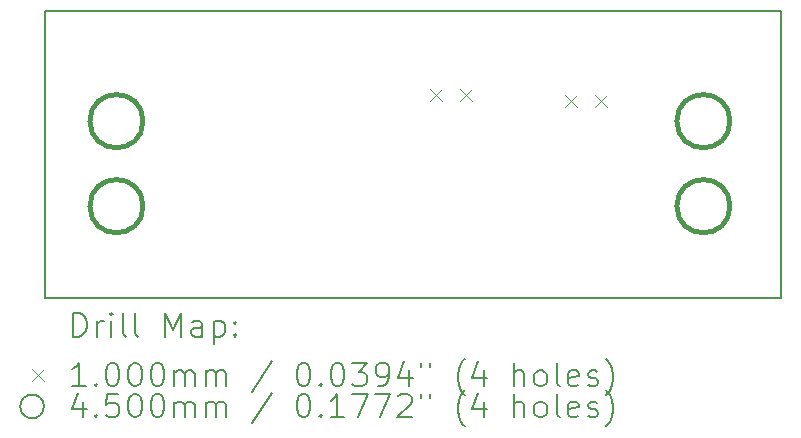
<source format=gbr>
%TF.GenerationSoftware,KiCad,Pcbnew,7.0.1*%
%TF.CreationDate,2023-08-29T01:03:53-07:00*%
%TF.ProjectId,Current Sense Standalone,43757272-656e-4742-9053-656e73652053,rev?*%
%TF.SameCoordinates,Original*%
%TF.FileFunction,Drillmap*%
%TF.FilePolarity,Positive*%
%FSLAX45Y45*%
G04 Gerber Fmt 4.5, Leading zero omitted, Abs format (unit mm)*
G04 Created by KiCad (PCBNEW 7.0.1) date 2023-08-29 01:03:53*
%MOMM*%
%LPD*%
G01*
G04 APERTURE LIST*
%ADD10C,0.200000*%
%ADD11C,0.100000*%
%ADD12C,0.450000*%
G04 APERTURE END LIST*
D10*
X1260615Y-1270000D02*
X7493000Y-1270000D01*
X7493000Y-3702648D01*
X1260615Y-3702648D01*
X1260615Y-1270000D01*
D11*
X4522000Y-1931200D02*
X4622000Y-2031200D01*
X4622000Y-1931200D02*
X4522000Y-2031200D01*
X4776000Y-1931200D02*
X4876000Y-2031200D01*
X4876000Y-1931200D02*
X4776000Y-2031200D01*
X5665000Y-1982000D02*
X5765000Y-2082000D01*
X5765000Y-1982000D02*
X5665000Y-2082000D01*
X5919000Y-1982000D02*
X6019000Y-2082000D01*
X6019000Y-1982000D02*
X5919000Y-2082000D01*
D12*
X2090094Y-2201000D02*
G75*
G03*
X2090094Y-2201000I-225000J0D01*
G01*
X2090094Y-2921000D02*
G75*
G03*
X2090094Y-2921000I-225000J0D01*
G01*
X7059404Y-2201000D02*
G75*
G03*
X7059404Y-2201000I-225000J0D01*
G01*
X7059404Y-2921000D02*
G75*
G03*
X7059404Y-2921000I-225000J0D01*
G01*
D10*
X1498234Y-4025172D02*
X1498234Y-3825172D01*
X1498234Y-3825172D02*
X1545853Y-3825172D01*
X1545853Y-3825172D02*
X1574425Y-3834695D01*
X1574425Y-3834695D02*
X1593472Y-3853743D01*
X1593472Y-3853743D02*
X1602996Y-3872791D01*
X1602996Y-3872791D02*
X1612520Y-3910886D01*
X1612520Y-3910886D02*
X1612520Y-3939457D01*
X1612520Y-3939457D02*
X1602996Y-3977552D01*
X1602996Y-3977552D02*
X1593472Y-3996600D01*
X1593472Y-3996600D02*
X1574425Y-4015648D01*
X1574425Y-4015648D02*
X1545853Y-4025172D01*
X1545853Y-4025172D02*
X1498234Y-4025172D01*
X1698234Y-4025172D02*
X1698234Y-3891838D01*
X1698234Y-3929933D02*
X1707758Y-3910886D01*
X1707758Y-3910886D02*
X1717282Y-3901362D01*
X1717282Y-3901362D02*
X1736329Y-3891838D01*
X1736329Y-3891838D02*
X1755377Y-3891838D01*
X1822044Y-4025172D02*
X1822044Y-3891838D01*
X1822044Y-3825172D02*
X1812520Y-3834695D01*
X1812520Y-3834695D02*
X1822044Y-3844219D01*
X1822044Y-3844219D02*
X1831568Y-3834695D01*
X1831568Y-3834695D02*
X1822044Y-3825172D01*
X1822044Y-3825172D02*
X1822044Y-3844219D01*
X1945853Y-4025172D02*
X1926806Y-4015648D01*
X1926806Y-4015648D02*
X1917282Y-3996600D01*
X1917282Y-3996600D02*
X1917282Y-3825172D01*
X2050615Y-4025172D02*
X2031568Y-4015648D01*
X2031568Y-4015648D02*
X2022044Y-3996600D01*
X2022044Y-3996600D02*
X2022044Y-3825172D01*
X2279187Y-4025172D02*
X2279187Y-3825172D01*
X2279187Y-3825172D02*
X2345853Y-3968029D01*
X2345853Y-3968029D02*
X2412520Y-3825172D01*
X2412520Y-3825172D02*
X2412520Y-4025172D01*
X2593472Y-4025172D02*
X2593472Y-3920410D01*
X2593472Y-3920410D02*
X2583949Y-3901362D01*
X2583949Y-3901362D02*
X2564901Y-3891838D01*
X2564901Y-3891838D02*
X2526806Y-3891838D01*
X2526806Y-3891838D02*
X2507758Y-3901362D01*
X2593472Y-4015648D02*
X2574425Y-4025172D01*
X2574425Y-4025172D02*
X2526806Y-4025172D01*
X2526806Y-4025172D02*
X2507758Y-4015648D01*
X2507758Y-4015648D02*
X2498234Y-3996600D01*
X2498234Y-3996600D02*
X2498234Y-3977552D01*
X2498234Y-3977552D02*
X2507758Y-3958505D01*
X2507758Y-3958505D02*
X2526806Y-3948981D01*
X2526806Y-3948981D02*
X2574425Y-3948981D01*
X2574425Y-3948981D02*
X2593472Y-3939457D01*
X2688711Y-3891838D02*
X2688711Y-4091838D01*
X2688711Y-3901362D02*
X2707758Y-3891838D01*
X2707758Y-3891838D02*
X2745853Y-3891838D01*
X2745853Y-3891838D02*
X2764901Y-3901362D01*
X2764901Y-3901362D02*
X2774425Y-3910886D01*
X2774425Y-3910886D02*
X2783949Y-3929933D01*
X2783949Y-3929933D02*
X2783949Y-3987076D01*
X2783949Y-3987076D02*
X2774425Y-4006124D01*
X2774425Y-4006124D02*
X2764901Y-4015648D01*
X2764901Y-4015648D02*
X2745853Y-4025172D01*
X2745853Y-4025172D02*
X2707758Y-4025172D01*
X2707758Y-4025172D02*
X2688711Y-4015648D01*
X2869663Y-4006124D02*
X2879187Y-4015648D01*
X2879187Y-4015648D02*
X2869663Y-4025172D01*
X2869663Y-4025172D02*
X2860139Y-4015648D01*
X2860139Y-4015648D02*
X2869663Y-4006124D01*
X2869663Y-4006124D02*
X2869663Y-4025172D01*
X2869663Y-3901362D02*
X2879187Y-3910886D01*
X2879187Y-3910886D02*
X2869663Y-3920410D01*
X2869663Y-3920410D02*
X2860139Y-3910886D01*
X2860139Y-3910886D02*
X2869663Y-3901362D01*
X2869663Y-3901362D02*
X2869663Y-3920410D01*
D11*
X1150615Y-4302648D02*
X1250615Y-4402648D01*
X1250615Y-4302648D02*
X1150615Y-4402648D01*
D10*
X1602996Y-4445172D02*
X1488710Y-4445172D01*
X1545853Y-4445172D02*
X1545853Y-4245172D01*
X1545853Y-4245172D02*
X1526806Y-4273743D01*
X1526806Y-4273743D02*
X1507758Y-4292791D01*
X1507758Y-4292791D02*
X1488710Y-4302314D01*
X1688710Y-4426124D02*
X1698234Y-4435648D01*
X1698234Y-4435648D02*
X1688710Y-4445172D01*
X1688710Y-4445172D02*
X1679187Y-4435648D01*
X1679187Y-4435648D02*
X1688710Y-4426124D01*
X1688710Y-4426124D02*
X1688710Y-4445172D01*
X1822044Y-4245172D02*
X1841091Y-4245172D01*
X1841091Y-4245172D02*
X1860139Y-4254695D01*
X1860139Y-4254695D02*
X1869663Y-4264219D01*
X1869663Y-4264219D02*
X1879187Y-4283267D01*
X1879187Y-4283267D02*
X1888710Y-4321362D01*
X1888710Y-4321362D02*
X1888710Y-4368981D01*
X1888710Y-4368981D02*
X1879187Y-4407076D01*
X1879187Y-4407076D02*
X1869663Y-4426124D01*
X1869663Y-4426124D02*
X1860139Y-4435648D01*
X1860139Y-4435648D02*
X1841091Y-4445172D01*
X1841091Y-4445172D02*
X1822044Y-4445172D01*
X1822044Y-4445172D02*
X1802996Y-4435648D01*
X1802996Y-4435648D02*
X1793472Y-4426124D01*
X1793472Y-4426124D02*
X1783949Y-4407076D01*
X1783949Y-4407076D02*
X1774425Y-4368981D01*
X1774425Y-4368981D02*
X1774425Y-4321362D01*
X1774425Y-4321362D02*
X1783949Y-4283267D01*
X1783949Y-4283267D02*
X1793472Y-4264219D01*
X1793472Y-4264219D02*
X1802996Y-4254695D01*
X1802996Y-4254695D02*
X1822044Y-4245172D01*
X2012520Y-4245172D02*
X2031568Y-4245172D01*
X2031568Y-4245172D02*
X2050615Y-4254695D01*
X2050615Y-4254695D02*
X2060139Y-4264219D01*
X2060139Y-4264219D02*
X2069663Y-4283267D01*
X2069663Y-4283267D02*
X2079187Y-4321362D01*
X2079187Y-4321362D02*
X2079187Y-4368981D01*
X2079187Y-4368981D02*
X2069663Y-4407076D01*
X2069663Y-4407076D02*
X2060139Y-4426124D01*
X2060139Y-4426124D02*
X2050615Y-4435648D01*
X2050615Y-4435648D02*
X2031568Y-4445172D01*
X2031568Y-4445172D02*
X2012520Y-4445172D01*
X2012520Y-4445172D02*
X1993472Y-4435648D01*
X1993472Y-4435648D02*
X1983949Y-4426124D01*
X1983949Y-4426124D02*
X1974425Y-4407076D01*
X1974425Y-4407076D02*
X1964901Y-4368981D01*
X1964901Y-4368981D02*
X1964901Y-4321362D01*
X1964901Y-4321362D02*
X1974425Y-4283267D01*
X1974425Y-4283267D02*
X1983949Y-4264219D01*
X1983949Y-4264219D02*
X1993472Y-4254695D01*
X1993472Y-4254695D02*
X2012520Y-4245172D01*
X2202996Y-4245172D02*
X2222044Y-4245172D01*
X2222044Y-4245172D02*
X2241092Y-4254695D01*
X2241092Y-4254695D02*
X2250615Y-4264219D01*
X2250615Y-4264219D02*
X2260139Y-4283267D01*
X2260139Y-4283267D02*
X2269663Y-4321362D01*
X2269663Y-4321362D02*
X2269663Y-4368981D01*
X2269663Y-4368981D02*
X2260139Y-4407076D01*
X2260139Y-4407076D02*
X2250615Y-4426124D01*
X2250615Y-4426124D02*
X2241092Y-4435648D01*
X2241092Y-4435648D02*
X2222044Y-4445172D01*
X2222044Y-4445172D02*
X2202996Y-4445172D01*
X2202996Y-4445172D02*
X2183949Y-4435648D01*
X2183949Y-4435648D02*
X2174425Y-4426124D01*
X2174425Y-4426124D02*
X2164901Y-4407076D01*
X2164901Y-4407076D02*
X2155377Y-4368981D01*
X2155377Y-4368981D02*
X2155377Y-4321362D01*
X2155377Y-4321362D02*
X2164901Y-4283267D01*
X2164901Y-4283267D02*
X2174425Y-4264219D01*
X2174425Y-4264219D02*
X2183949Y-4254695D01*
X2183949Y-4254695D02*
X2202996Y-4245172D01*
X2355377Y-4445172D02*
X2355377Y-4311838D01*
X2355377Y-4330886D02*
X2364901Y-4321362D01*
X2364901Y-4321362D02*
X2383949Y-4311838D01*
X2383949Y-4311838D02*
X2412520Y-4311838D01*
X2412520Y-4311838D02*
X2431568Y-4321362D01*
X2431568Y-4321362D02*
X2441092Y-4340410D01*
X2441092Y-4340410D02*
X2441092Y-4445172D01*
X2441092Y-4340410D02*
X2450615Y-4321362D01*
X2450615Y-4321362D02*
X2469663Y-4311838D01*
X2469663Y-4311838D02*
X2498234Y-4311838D01*
X2498234Y-4311838D02*
X2517282Y-4321362D01*
X2517282Y-4321362D02*
X2526806Y-4340410D01*
X2526806Y-4340410D02*
X2526806Y-4445172D01*
X2622044Y-4445172D02*
X2622044Y-4311838D01*
X2622044Y-4330886D02*
X2631568Y-4321362D01*
X2631568Y-4321362D02*
X2650615Y-4311838D01*
X2650615Y-4311838D02*
X2679187Y-4311838D01*
X2679187Y-4311838D02*
X2698234Y-4321362D01*
X2698234Y-4321362D02*
X2707758Y-4340410D01*
X2707758Y-4340410D02*
X2707758Y-4445172D01*
X2707758Y-4340410D02*
X2717282Y-4321362D01*
X2717282Y-4321362D02*
X2736330Y-4311838D01*
X2736330Y-4311838D02*
X2764901Y-4311838D01*
X2764901Y-4311838D02*
X2783949Y-4321362D01*
X2783949Y-4321362D02*
X2793473Y-4340410D01*
X2793473Y-4340410D02*
X2793473Y-4445172D01*
X3183949Y-4235648D02*
X3012520Y-4492791D01*
X3441092Y-4245172D02*
X3460139Y-4245172D01*
X3460139Y-4245172D02*
X3479187Y-4254695D01*
X3479187Y-4254695D02*
X3488711Y-4264219D01*
X3488711Y-4264219D02*
X3498234Y-4283267D01*
X3498234Y-4283267D02*
X3507758Y-4321362D01*
X3507758Y-4321362D02*
X3507758Y-4368981D01*
X3507758Y-4368981D02*
X3498234Y-4407076D01*
X3498234Y-4407076D02*
X3488711Y-4426124D01*
X3488711Y-4426124D02*
X3479187Y-4435648D01*
X3479187Y-4435648D02*
X3460139Y-4445172D01*
X3460139Y-4445172D02*
X3441092Y-4445172D01*
X3441092Y-4445172D02*
X3422044Y-4435648D01*
X3422044Y-4435648D02*
X3412520Y-4426124D01*
X3412520Y-4426124D02*
X3402996Y-4407076D01*
X3402996Y-4407076D02*
X3393473Y-4368981D01*
X3393473Y-4368981D02*
X3393473Y-4321362D01*
X3393473Y-4321362D02*
X3402996Y-4283267D01*
X3402996Y-4283267D02*
X3412520Y-4264219D01*
X3412520Y-4264219D02*
X3422044Y-4254695D01*
X3422044Y-4254695D02*
X3441092Y-4245172D01*
X3593473Y-4426124D02*
X3602996Y-4435648D01*
X3602996Y-4435648D02*
X3593473Y-4445172D01*
X3593473Y-4445172D02*
X3583949Y-4435648D01*
X3583949Y-4435648D02*
X3593473Y-4426124D01*
X3593473Y-4426124D02*
X3593473Y-4445172D01*
X3726806Y-4245172D02*
X3745854Y-4245172D01*
X3745854Y-4245172D02*
X3764901Y-4254695D01*
X3764901Y-4254695D02*
X3774425Y-4264219D01*
X3774425Y-4264219D02*
X3783949Y-4283267D01*
X3783949Y-4283267D02*
X3793473Y-4321362D01*
X3793473Y-4321362D02*
X3793473Y-4368981D01*
X3793473Y-4368981D02*
X3783949Y-4407076D01*
X3783949Y-4407076D02*
X3774425Y-4426124D01*
X3774425Y-4426124D02*
X3764901Y-4435648D01*
X3764901Y-4435648D02*
X3745854Y-4445172D01*
X3745854Y-4445172D02*
X3726806Y-4445172D01*
X3726806Y-4445172D02*
X3707758Y-4435648D01*
X3707758Y-4435648D02*
X3698234Y-4426124D01*
X3698234Y-4426124D02*
X3688711Y-4407076D01*
X3688711Y-4407076D02*
X3679187Y-4368981D01*
X3679187Y-4368981D02*
X3679187Y-4321362D01*
X3679187Y-4321362D02*
X3688711Y-4283267D01*
X3688711Y-4283267D02*
X3698234Y-4264219D01*
X3698234Y-4264219D02*
X3707758Y-4254695D01*
X3707758Y-4254695D02*
X3726806Y-4245172D01*
X3860139Y-4245172D02*
X3983949Y-4245172D01*
X3983949Y-4245172D02*
X3917282Y-4321362D01*
X3917282Y-4321362D02*
X3945854Y-4321362D01*
X3945854Y-4321362D02*
X3964901Y-4330886D01*
X3964901Y-4330886D02*
X3974425Y-4340410D01*
X3974425Y-4340410D02*
X3983949Y-4359457D01*
X3983949Y-4359457D02*
X3983949Y-4407076D01*
X3983949Y-4407076D02*
X3974425Y-4426124D01*
X3974425Y-4426124D02*
X3964901Y-4435648D01*
X3964901Y-4435648D02*
X3945854Y-4445172D01*
X3945854Y-4445172D02*
X3888711Y-4445172D01*
X3888711Y-4445172D02*
X3869663Y-4435648D01*
X3869663Y-4435648D02*
X3860139Y-4426124D01*
X4079187Y-4445172D02*
X4117282Y-4445172D01*
X4117282Y-4445172D02*
X4136330Y-4435648D01*
X4136330Y-4435648D02*
X4145854Y-4426124D01*
X4145854Y-4426124D02*
X4164901Y-4397553D01*
X4164901Y-4397553D02*
X4174425Y-4359457D01*
X4174425Y-4359457D02*
X4174425Y-4283267D01*
X4174425Y-4283267D02*
X4164901Y-4264219D01*
X4164901Y-4264219D02*
X4155377Y-4254695D01*
X4155377Y-4254695D02*
X4136330Y-4245172D01*
X4136330Y-4245172D02*
X4098234Y-4245172D01*
X4098234Y-4245172D02*
X4079187Y-4254695D01*
X4079187Y-4254695D02*
X4069663Y-4264219D01*
X4069663Y-4264219D02*
X4060139Y-4283267D01*
X4060139Y-4283267D02*
X4060139Y-4330886D01*
X4060139Y-4330886D02*
X4069663Y-4349934D01*
X4069663Y-4349934D02*
X4079187Y-4359457D01*
X4079187Y-4359457D02*
X4098234Y-4368981D01*
X4098234Y-4368981D02*
X4136330Y-4368981D01*
X4136330Y-4368981D02*
X4155377Y-4359457D01*
X4155377Y-4359457D02*
X4164901Y-4349934D01*
X4164901Y-4349934D02*
X4174425Y-4330886D01*
X4345854Y-4311838D02*
X4345854Y-4445172D01*
X4298235Y-4235648D02*
X4250616Y-4378505D01*
X4250616Y-4378505D02*
X4374425Y-4378505D01*
X4441092Y-4245172D02*
X4441092Y-4283267D01*
X4517282Y-4245172D02*
X4517282Y-4283267D01*
X4812520Y-4521362D02*
X4802997Y-4511838D01*
X4802997Y-4511838D02*
X4783949Y-4483267D01*
X4783949Y-4483267D02*
X4774425Y-4464219D01*
X4774425Y-4464219D02*
X4764901Y-4435648D01*
X4764901Y-4435648D02*
X4755378Y-4388029D01*
X4755378Y-4388029D02*
X4755378Y-4349934D01*
X4755378Y-4349934D02*
X4764901Y-4302314D01*
X4764901Y-4302314D02*
X4774425Y-4273743D01*
X4774425Y-4273743D02*
X4783949Y-4254695D01*
X4783949Y-4254695D02*
X4802997Y-4226124D01*
X4802997Y-4226124D02*
X4812520Y-4216600D01*
X4974425Y-4311838D02*
X4974425Y-4445172D01*
X4926806Y-4235648D02*
X4879187Y-4378505D01*
X4879187Y-4378505D02*
X5002997Y-4378505D01*
X5231568Y-4445172D02*
X5231568Y-4245172D01*
X5317282Y-4445172D02*
X5317282Y-4340410D01*
X5317282Y-4340410D02*
X5307759Y-4321362D01*
X5307759Y-4321362D02*
X5288711Y-4311838D01*
X5288711Y-4311838D02*
X5260139Y-4311838D01*
X5260139Y-4311838D02*
X5241092Y-4321362D01*
X5241092Y-4321362D02*
X5231568Y-4330886D01*
X5441092Y-4445172D02*
X5422044Y-4435648D01*
X5422044Y-4435648D02*
X5412520Y-4426124D01*
X5412520Y-4426124D02*
X5402997Y-4407076D01*
X5402997Y-4407076D02*
X5402997Y-4349934D01*
X5402997Y-4349934D02*
X5412520Y-4330886D01*
X5412520Y-4330886D02*
X5422044Y-4321362D01*
X5422044Y-4321362D02*
X5441092Y-4311838D01*
X5441092Y-4311838D02*
X5469663Y-4311838D01*
X5469663Y-4311838D02*
X5488711Y-4321362D01*
X5488711Y-4321362D02*
X5498235Y-4330886D01*
X5498235Y-4330886D02*
X5507759Y-4349934D01*
X5507759Y-4349934D02*
X5507759Y-4407076D01*
X5507759Y-4407076D02*
X5498235Y-4426124D01*
X5498235Y-4426124D02*
X5488711Y-4435648D01*
X5488711Y-4435648D02*
X5469663Y-4445172D01*
X5469663Y-4445172D02*
X5441092Y-4445172D01*
X5622044Y-4445172D02*
X5602997Y-4435648D01*
X5602997Y-4435648D02*
X5593473Y-4416600D01*
X5593473Y-4416600D02*
X5593473Y-4245172D01*
X5774425Y-4435648D02*
X5755378Y-4445172D01*
X5755378Y-4445172D02*
X5717282Y-4445172D01*
X5717282Y-4445172D02*
X5698235Y-4435648D01*
X5698235Y-4435648D02*
X5688711Y-4416600D01*
X5688711Y-4416600D02*
X5688711Y-4340410D01*
X5688711Y-4340410D02*
X5698235Y-4321362D01*
X5698235Y-4321362D02*
X5717282Y-4311838D01*
X5717282Y-4311838D02*
X5755378Y-4311838D01*
X5755378Y-4311838D02*
X5774425Y-4321362D01*
X5774425Y-4321362D02*
X5783949Y-4340410D01*
X5783949Y-4340410D02*
X5783949Y-4359457D01*
X5783949Y-4359457D02*
X5688711Y-4378505D01*
X5860139Y-4435648D02*
X5879187Y-4445172D01*
X5879187Y-4445172D02*
X5917282Y-4445172D01*
X5917282Y-4445172D02*
X5936330Y-4435648D01*
X5936330Y-4435648D02*
X5945854Y-4416600D01*
X5945854Y-4416600D02*
X5945854Y-4407076D01*
X5945854Y-4407076D02*
X5936330Y-4388029D01*
X5936330Y-4388029D02*
X5917282Y-4378505D01*
X5917282Y-4378505D02*
X5888711Y-4378505D01*
X5888711Y-4378505D02*
X5869663Y-4368981D01*
X5869663Y-4368981D02*
X5860139Y-4349934D01*
X5860139Y-4349934D02*
X5860139Y-4340410D01*
X5860139Y-4340410D02*
X5869663Y-4321362D01*
X5869663Y-4321362D02*
X5888711Y-4311838D01*
X5888711Y-4311838D02*
X5917282Y-4311838D01*
X5917282Y-4311838D02*
X5936330Y-4321362D01*
X6012520Y-4521362D02*
X6022044Y-4511838D01*
X6022044Y-4511838D02*
X6041092Y-4483267D01*
X6041092Y-4483267D02*
X6050616Y-4464219D01*
X6050616Y-4464219D02*
X6060139Y-4435648D01*
X6060139Y-4435648D02*
X6069663Y-4388029D01*
X6069663Y-4388029D02*
X6069663Y-4349934D01*
X6069663Y-4349934D02*
X6060139Y-4302314D01*
X6060139Y-4302314D02*
X6050616Y-4273743D01*
X6050616Y-4273743D02*
X6041092Y-4254695D01*
X6041092Y-4254695D02*
X6022044Y-4226124D01*
X6022044Y-4226124D02*
X6012520Y-4216600D01*
X1250615Y-4616648D02*
G75*
G03*
X1250615Y-4616648I-100000J0D01*
G01*
X1583949Y-4575838D02*
X1583949Y-4709172D01*
X1536329Y-4499648D02*
X1488710Y-4642505D01*
X1488710Y-4642505D02*
X1612520Y-4642505D01*
X1688710Y-4690124D02*
X1698234Y-4699648D01*
X1698234Y-4699648D02*
X1688710Y-4709172D01*
X1688710Y-4709172D02*
X1679187Y-4699648D01*
X1679187Y-4699648D02*
X1688710Y-4690124D01*
X1688710Y-4690124D02*
X1688710Y-4709172D01*
X1879187Y-4509172D02*
X1783949Y-4509172D01*
X1783949Y-4509172D02*
X1774425Y-4604410D01*
X1774425Y-4604410D02*
X1783949Y-4594886D01*
X1783949Y-4594886D02*
X1802996Y-4585362D01*
X1802996Y-4585362D02*
X1850615Y-4585362D01*
X1850615Y-4585362D02*
X1869663Y-4594886D01*
X1869663Y-4594886D02*
X1879187Y-4604410D01*
X1879187Y-4604410D02*
X1888710Y-4623457D01*
X1888710Y-4623457D02*
X1888710Y-4671076D01*
X1888710Y-4671076D02*
X1879187Y-4690124D01*
X1879187Y-4690124D02*
X1869663Y-4699648D01*
X1869663Y-4699648D02*
X1850615Y-4709172D01*
X1850615Y-4709172D02*
X1802996Y-4709172D01*
X1802996Y-4709172D02*
X1783949Y-4699648D01*
X1783949Y-4699648D02*
X1774425Y-4690124D01*
X2012520Y-4509172D02*
X2031568Y-4509172D01*
X2031568Y-4509172D02*
X2050615Y-4518695D01*
X2050615Y-4518695D02*
X2060139Y-4528219D01*
X2060139Y-4528219D02*
X2069663Y-4547267D01*
X2069663Y-4547267D02*
X2079187Y-4585362D01*
X2079187Y-4585362D02*
X2079187Y-4632981D01*
X2079187Y-4632981D02*
X2069663Y-4671076D01*
X2069663Y-4671076D02*
X2060139Y-4690124D01*
X2060139Y-4690124D02*
X2050615Y-4699648D01*
X2050615Y-4699648D02*
X2031568Y-4709172D01*
X2031568Y-4709172D02*
X2012520Y-4709172D01*
X2012520Y-4709172D02*
X1993472Y-4699648D01*
X1993472Y-4699648D02*
X1983949Y-4690124D01*
X1983949Y-4690124D02*
X1974425Y-4671076D01*
X1974425Y-4671076D02*
X1964901Y-4632981D01*
X1964901Y-4632981D02*
X1964901Y-4585362D01*
X1964901Y-4585362D02*
X1974425Y-4547267D01*
X1974425Y-4547267D02*
X1983949Y-4528219D01*
X1983949Y-4528219D02*
X1993472Y-4518695D01*
X1993472Y-4518695D02*
X2012520Y-4509172D01*
X2202996Y-4509172D02*
X2222044Y-4509172D01*
X2222044Y-4509172D02*
X2241092Y-4518695D01*
X2241092Y-4518695D02*
X2250615Y-4528219D01*
X2250615Y-4528219D02*
X2260139Y-4547267D01*
X2260139Y-4547267D02*
X2269663Y-4585362D01*
X2269663Y-4585362D02*
X2269663Y-4632981D01*
X2269663Y-4632981D02*
X2260139Y-4671076D01*
X2260139Y-4671076D02*
X2250615Y-4690124D01*
X2250615Y-4690124D02*
X2241092Y-4699648D01*
X2241092Y-4699648D02*
X2222044Y-4709172D01*
X2222044Y-4709172D02*
X2202996Y-4709172D01*
X2202996Y-4709172D02*
X2183949Y-4699648D01*
X2183949Y-4699648D02*
X2174425Y-4690124D01*
X2174425Y-4690124D02*
X2164901Y-4671076D01*
X2164901Y-4671076D02*
X2155377Y-4632981D01*
X2155377Y-4632981D02*
X2155377Y-4585362D01*
X2155377Y-4585362D02*
X2164901Y-4547267D01*
X2164901Y-4547267D02*
X2174425Y-4528219D01*
X2174425Y-4528219D02*
X2183949Y-4518695D01*
X2183949Y-4518695D02*
X2202996Y-4509172D01*
X2355377Y-4709172D02*
X2355377Y-4575838D01*
X2355377Y-4594886D02*
X2364901Y-4585362D01*
X2364901Y-4585362D02*
X2383949Y-4575838D01*
X2383949Y-4575838D02*
X2412520Y-4575838D01*
X2412520Y-4575838D02*
X2431568Y-4585362D01*
X2431568Y-4585362D02*
X2441092Y-4604410D01*
X2441092Y-4604410D02*
X2441092Y-4709172D01*
X2441092Y-4604410D02*
X2450615Y-4585362D01*
X2450615Y-4585362D02*
X2469663Y-4575838D01*
X2469663Y-4575838D02*
X2498234Y-4575838D01*
X2498234Y-4575838D02*
X2517282Y-4585362D01*
X2517282Y-4585362D02*
X2526806Y-4604410D01*
X2526806Y-4604410D02*
X2526806Y-4709172D01*
X2622044Y-4709172D02*
X2622044Y-4575838D01*
X2622044Y-4594886D02*
X2631568Y-4585362D01*
X2631568Y-4585362D02*
X2650615Y-4575838D01*
X2650615Y-4575838D02*
X2679187Y-4575838D01*
X2679187Y-4575838D02*
X2698234Y-4585362D01*
X2698234Y-4585362D02*
X2707758Y-4604410D01*
X2707758Y-4604410D02*
X2707758Y-4709172D01*
X2707758Y-4604410D02*
X2717282Y-4585362D01*
X2717282Y-4585362D02*
X2736330Y-4575838D01*
X2736330Y-4575838D02*
X2764901Y-4575838D01*
X2764901Y-4575838D02*
X2783949Y-4585362D01*
X2783949Y-4585362D02*
X2793473Y-4604410D01*
X2793473Y-4604410D02*
X2793473Y-4709172D01*
X3183949Y-4499648D02*
X3012520Y-4756791D01*
X3441092Y-4509172D02*
X3460139Y-4509172D01*
X3460139Y-4509172D02*
X3479187Y-4518695D01*
X3479187Y-4518695D02*
X3488711Y-4528219D01*
X3488711Y-4528219D02*
X3498234Y-4547267D01*
X3498234Y-4547267D02*
X3507758Y-4585362D01*
X3507758Y-4585362D02*
X3507758Y-4632981D01*
X3507758Y-4632981D02*
X3498234Y-4671076D01*
X3498234Y-4671076D02*
X3488711Y-4690124D01*
X3488711Y-4690124D02*
X3479187Y-4699648D01*
X3479187Y-4699648D02*
X3460139Y-4709172D01*
X3460139Y-4709172D02*
X3441092Y-4709172D01*
X3441092Y-4709172D02*
X3422044Y-4699648D01*
X3422044Y-4699648D02*
X3412520Y-4690124D01*
X3412520Y-4690124D02*
X3402996Y-4671076D01*
X3402996Y-4671076D02*
X3393473Y-4632981D01*
X3393473Y-4632981D02*
X3393473Y-4585362D01*
X3393473Y-4585362D02*
X3402996Y-4547267D01*
X3402996Y-4547267D02*
X3412520Y-4528219D01*
X3412520Y-4528219D02*
X3422044Y-4518695D01*
X3422044Y-4518695D02*
X3441092Y-4509172D01*
X3593473Y-4690124D02*
X3602996Y-4699648D01*
X3602996Y-4699648D02*
X3593473Y-4709172D01*
X3593473Y-4709172D02*
X3583949Y-4699648D01*
X3583949Y-4699648D02*
X3593473Y-4690124D01*
X3593473Y-4690124D02*
X3593473Y-4709172D01*
X3793473Y-4709172D02*
X3679187Y-4709172D01*
X3736330Y-4709172D02*
X3736330Y-4509172D01*
X3736330Y-4509172D02*
X3717282Y-4537743D01*
X3717282Y-4537743D02*
X3698234Y-4556791D01*
X3698234Y-4556791D02*
X3679187Y-4566314D01*
X3860139Y-4509172D02*
X3993473Y-4509172D01*
X3993473Y-4509172D02*
X3907758Y-4709172D01*
X4050615Y-4509172D02*
X4183949Y-4509172D01*
X4183949Y-4509172D02*
X4098234Y-4709172D01*
X4250616Y-4528219D02*
X4260139Y-4518695D01*
X4260139Y-4518695D02*
X4279187Y-4509172D01*
X4279187Y-4509172D02*
X4326806Y-4509172D01*
X4326806Y-4509172D02*
X4345854Y-4518695D01*
X4345854Y-4518695D02*
X4355377Y-4528219D01*
X4355377Y-4528219D02*
X4364901Y-4547267D01*
X4364901Y-4547267D02*
X4364901Y-4566314D01*
X4364901Y-4566314D02*
X4355377Y-4594886D01*
X4355377Y-4594886D02*
X4241092Y-4709172D01*
X4241092Y-4709172D02*
X4364901Y-4709172D01*
X4441092Y-4509172D02*
X4441092Y-4547267D01*
X4517282Y-4509172D02*
X4517282Y-4547267D01*
X4812520Y-4785362D02*
X4802997Y-4775838D01*
X4802997Y-4775838D02*
X4783949Y-4747267D01*
X4783949Y-4747267D02*
X4774425Y-4728219D01*
X4774425Y-4728219D02*
X4764901Y-4699648D01*
X4764901Y-4699648D02*
X4755378Y-4652029D01*
X4755378Y-4652029D02*
X4755378Y-4613934D01*
X4755378Y-4613934D02*
X4764901Y-4566314D01*
X4764901Y-4566314D02*
X4774425Y-4537743D01*
X4774425Y-4537743D02*
X4783949Y-4518695D01*
X4783949Y-4518695D02*
X4802997Y-4490124D01*
X4802997Y-4490124D02*
X4812520Y-4480600D01*
X4974425Y-4575838D02*
X4974425Y-4709172D01*
X4926806Y-4499648D02*
X4879187Y-4642505D01*
X4879187Y-4642505D02*
X5002997Y-4642505D01*
X5231568Y-4709172D02*
X5231568Y-4509172D01*
X5317282Y-4709172D02*
X5317282Y-4604410D01*
X5317282Y-4604410D02*
X5307759Y-4585362D01*
X5307759Y-4585362D02*
X5288711Y-4575838D01*
X5288711Y-4575838D02*
X5260139Y-4575838D01*
X5260139Y-4575838D02*
X5241092Y-4585362D01*
X5241092Y-4585362D02*
X5231568Y-4594886D01*
X5441092Y-4709172D02*
X5422044Y-4699648D01*
X5422044Y-4699648D02*
X5412520Y-4690124D01*
X5412520Y-4690124D02*
X5402997Y-4671076D01*
X5402997Y-4671076D02*
X5402997Y-4613934D01*
X5402997Y-4613934D02*
X5412520Y-4594886D01*
X5412520Y-4594886D02*
X5422044Y-4585362D01*
X5422044Y-4585362D02*
X5441092Y-4575838D01*
X5441092Y-4575838D02*
X5469663Y-4575838D01*
X5469663Y-4575838D02*
X5488711Y-4585362D01*
X5488711Y-4585362D02*
X5498235Y-4594886D01*
X5498235Y-4594886D02*
X5507759Y-4613934D01*
X5507759Y-4613934D02*
X5507759Y-4671076D01*
X5507759Y-4671076D02*
X5498235Y-4690124D01*
X5498235Y-4690124D02*
X5488711Y-4699648D01*
X5488711Y-4699648D02*
X5469663Y-4709172D01*
X5469663Y-4709172D02*
X5441092Y-4709172D01*
X5622044Y-4709172D02*
X5602997Y-4699648D01*
X5602997Y-4699648D02*
X5593473Y-4680600D01*
X5593473Y-4680600D02*
X5593473Y-4509172D01*
X5774425Y-4699648D02*
X5755378Y-4709172D01*
X5755378Y-4709172D02*
X5717282Y-4709172D01*
X5717282Y-4709172D02*
X5698235Y-4699648D01*
X5698235Y-4699648D02*
X5688711Y-4680600D01*
X5688711Y-4680600D02*
X5688711Y-4604410D01*
X5688711Y-4604410D02*
X5698235Y-4585362D01*
X5698235Y-4585362D02*
X5717282Y-4575838D01*
X5717282Y-4575838D02*
X5755378Y-4575838D01*
X5755378Y-4575838D02*
X5774425Y-4585362D01*
X5774425Y-4585362D02*
X5783949Y-4604410D01*
X5783949Y-4604410D02*
X5783949Y-4623457D01*
X5783949Y-4623457D02*
X5688711Y-4642505D01*
X5860139Y-4699648D02*
X5879187Y-4709172D01*
X5879187Y-4709172D02*
X5917282Y-4709172D01*
X5917282Y-4709172D02*
X5936330Y-4699648D01*
X5936330Y-4699648D02*
X5945854Y-4680600D01*
X5945854Y-4680600D02*
X5945854Y-4671076D01*
X5945854Y-4671076D02*
X5936330Y-4652029D01*
X5936330Y-4652029D02*
X5917282Y-4642505D01*
X5917282Y-4642505D02*
X5888711Y-4642505D01*
X5888711Y-4642505D02*
X5869663Y-4632981D01*
X5869663Y-4632981D02*
X5860139Y-4613934D01*
X5860139Y-4613934D02*
X5860139Y-4604410D01*
X5860139Y-4604410D02*
X5869663Y-4585362D01*
X5869663Y-4585362D02*
X5888711Y-4575838D01*
X5888711Y-4575838D02*
X5917282Y-4575838D01*
X5917282Y-4575838D02*
X5936330Y-4585362D01*
X6012520Y-4785362D02*
X6022044Y-4775838D01*
X6022044Y-4775838D02*
X6041092Y-4747267D01*
X6041092Y-4747267D02*
X6050616Y-4728219D01*
X6050616Y-4728219D02*
X6060139Y-4699648D01*
X6060139Y-4699648D02*
X6069663Y-4652029D01*
X6069663Y-4652029D02*
X6069663Y-4613934D01*
X6069663Y-4613934D02*
X6060139Y-4566314D01*
X6060139Y-4566314D02*
X6050616Y-4537743D01*
X6050616Y-4537743D02*
X6041092Y-4518695D01*
X6041092Y-4518695D02*
X6022044Y-4490124D01*
X6022044Y-4490124D02*
X6012520Y-4480600D01*
M02*

</source>
